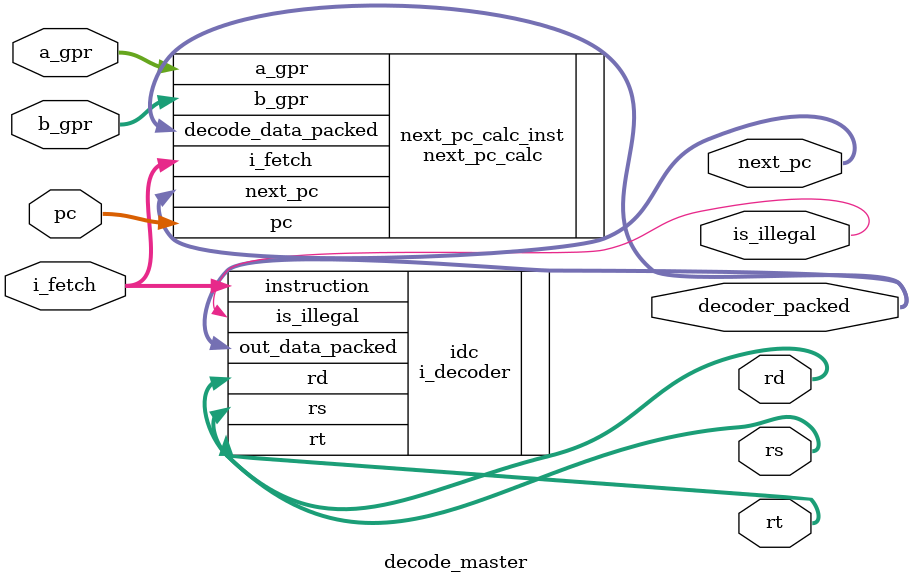
<source format=v>
module decode_master(
    input [31:0] a_gpr, b_gpr,
    input [31:0] i_fetch,
    input [31:0] pc,
    output [31:0] next_pc,
    output [4:0] rs, rt, rd,
    output [41:0] decoder_packed,
	output is_illegal
);

i_decoder idc(
    .rs(rs),
    .rt(rt),
    .rd(rd),
    .instruction(i_fetch),
    .out_data_packed(decoder_packed),
	.is_illegal(is_illegal)
);

next_pc_calc next_pc_calc_inst(
    .pc(pc),
    .a_gpr(a_gpr),
    .b_gpr(b_gpr),
    .i_fetch(i_fetch),
    .decode_data_packed(decoder_packed),
    .next_pc(next_pc)
);


endmodule

</source>
